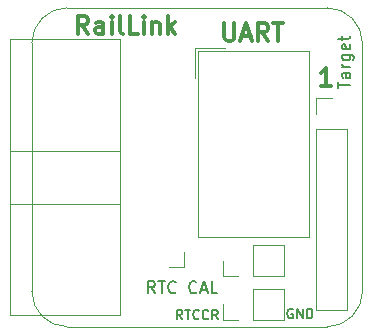
<source format=gbr>
G04 #@! TF.GenerationSoftware,KiCad,Pcbnew,5.1.5+dfsg1-2build2*
G04 #@! TF.CreationDate,2020-07-23T00:46:52+04:00*
G04 #@! TF.ProjectId,RailLink_Elsys_Adapter,5261696c-4c69-46e6-9b5f-456c7379735f,rev?*
G04 #@! TF.SameCoordinates,Original*
G04 #@! TF.FileFunction,Legend,Top*
G04 #@! TF.FilePolarity,Positive*
%FSLAX46Y46*%
G04 Gerber Fmt 4.6, Leading zero omitted, Abs format (unit mm)*
G04 Created by KiCad (PCBNEW 5.1.5+dfsg1-2build2) date 2020-07-23 00:46:52*
%MOMM*%
%LPD*%
G04 APERTURE LIST*
%ADD10C,0.160000*%
%ADD11C,0.300000*%
%ADD12C,0.050000*%
%ADD13C,0.200000*%
%ADD14C,0.120000*%
%ADD15O,1.802000X1.802000*%
%ADD16R,1.802000X1.802000*%
%ADD17R,1.829200X1.829200*%
%ADD18O,1.829200X1.829200*%
G04 APERTURE END LIST*
D10*
X134742857Y-81361904D02*
X134476190Y-80980952D01*
X134285714Y-81361904D02*
X134285714Y-80561904D01*
X134590476Y-80561904D01*
X134666666Y-80600000D01*
X134704761Y-80638095D01*
X134742857Y-80714285D01*
X134742857Y-80828571D01*
X134704761Y-80904761D01*
X134666666Y-80942857D01*
X134590476Y-80980952D01*
X134285714Y-80980952D01*
X134971428Y-80561904D02*
X135428571Y-80561904D01*
X135200000Y-81361904D02*
X135200000Y-80561904D01*
X136152380Y-81285714D02*
X136114285Y-81323809D01*
X136000000Y-81361904D01*
X135923809Y-81361904D01*
X135809523Y-81323809D01*
X135733333Y-81247619D01*
X135695238Y-81171428D01*
X135657142Y-81019047D01*
X135657142Y-80904761D01*
X135695238Y-80752380D01*
X135733333Y-80676190D01*
X135809523Y-80600000D01*
X135923809Y-80561904D01*
X136000000Y-80561904D01*
X136114285Y-80600000D01*
X136152380Y-80638095D01*
X136952380Y-81285714D02*
X136914285Y-81323809D01*
X136800000Y-81361904D01*
X136723809Y-81361904D01*
X136609523Y-81323809D01*
X136533333Y-81247619D01*
X136495238Y-81171428D01*
X136457142Y-81019047D01*
X136457142Y-80904761D01*
X136495238Y-80752380D01*
X136533333Y-80676190D01*
X136609523Y-80600000D01*
X136723809Y-80561904D01*
X136800000Y-80561904D01*
X136914285Y-80600000D01*
X136952380Y-80638095D01*
X137752380Y-81361904D02*
X137485714Y-80980952D01*
X137295238Y-81361904D02*
X137295238Y-80561904D01*
X137600000Y-80561904D01*
X137676190Y-80600000D01*
X137714285Y-80638095D01*
X137752380Y-80714285D01*
X137752380Y-80828571D01*
X137714285Y-80904761D01*
X137676190Y-80942857D01*
X137600000Y-80980952D01*
X137295238Y-80980952D01*
D11*
X147328571Y-61578571D02*
X146471428Y-61578571D01*
X146900000Y-61578571D02*
X146900000Y-60078571D01*
X146757142Y-60292857D01*
X146614285Y-60435714D01*
X146471428Y-60507142D01*
D12*
X125000000Y-82000000D02*
G75*
G02X122000000Y-79000000I0J3000000D01*
G01*
X150000000Y-79000000D02*
G75*
G02X147000000Y-82000000I-3000000J0D01*
G01*
X147000000Y-55000000D02*
G75*
G02X150000000Y-58000000I0J-3000000D01*
G01*
X122000000Y-58000000D02*
G75*
G02X125000000Y-55000000I3000000J0D01*
G01*
X122000000Y-79000000D02*
X122000000Y-58000000D01*
X147000000Y-82000000D02*
X125000000Y-82000000D01*
X150000000Y-58000000D02*
X150000000Y-79000000D01*
X125000000Y-55000000D02*
X147000000Y-55000000D01*
D13*
X147952380Y-61814285D02*
X147952380Y-61242857D01*
X148952380Y-61528571D02*
X147952380Y-61528571D01*
X148952380Y-60480952D02*
X148428571Y-60480952D01*
X148333333Y-60528571D01*
X148285714Y-60623809D01*
X148285714Y-60814285D01*
X148333333Y-60909523D01*
X148904761Y-60480952D02*
X148952380Y-60576190D01*
X148952380Y-60814285D01*
X148904761Y-60909523D01*
X148809523Y-60957142D01*
X148714285Y-60957142D01*
X148619047Y-60909523D01*
X148571428Y-60814285D01*
X148571428Y-60576190D01*
X148523809Y-60480952D01*
X148952380Y-60004761D02*
X148285714Y-60004761D01*
X148476190Y-60004761D02*
X148380952Y-59957142D01*
X148333333Y-59909523D01*
X148285714Y-59814285D01*
X148285714Y-59719047D01*
X148285714Y-58957142D02*
X149095238Y-58957142D01*
X149190476Y-59004761D01*
X149238095Y-59052380D01*
X149285714Y-59147619D01*
X149285714Y-59290476D01*
X149238095Y-59385714D01*
X148904761Y-58957142D02*
X148952380Y-59052380D01*
X148952380Y-59242857D01*
X148904761Y-59338095D01*
X148857142Y-59385714D01*
X148761904Y-59433333D01*
X148476190Y-59433333D01*
X148380952Y-59385714D01*
X148333333Y-59338095D01*
X148285714Y-59242857D01*
X148285714Y-59052380D01*
X148333333Y-58957142D01*
X148904761Y-58100000D02*
X148952380Y-58195238D01*
X148952380Y-58385714D01*
X148904761Y-58480952D01*
X148809523Y-58528571D01*
X148428571Y-58528571D01*
X148333333Y-58480952D01*
X148285714Y-58385714D01*
X148285714Y-58195238D01*
X148333333Y-58100000D01*
X148428571Y-58052380D01*
X148523809Y-58052380D01*
X148619047Y-58528571D01*
X148285714Y-57766666D02*
X148285714Y-57385714D01*
X147952380Y-57623809D02*
X148809523Y-57623809D01*
X148904761Y-57576190D01*
X148952380Y-57480952D01*
X148952380Y-57385714D01*
D11*
X126785714Y-57178571D02*
X126285714Y-56464285D01*
X125928571Y-57178571D02*
X125928571Y-55678571D01*
X126500000Y-55678571D01*
X126642857Y-55750000D01*
X126714285Y-55821428D01*
X126785714Y-55964285D01*
X126785714Y-56178571D01*
X126714285Y-56321428D01*
X126642857Y-56392857D01*
X126500000Y-56464285D01*
X125928571Y-56464285D01*
X128071428Y-57178571D02*
X128071428Y-56392857D01*
X128000000Y-56250000D01*
X127857142Y-56178571D01*
X127571428Y-56178571D01*
X127428571Y-56250000D01*
X128071428Y-57107142D02*
X127928571Y-57178571D01*
X127571428Y-57178571D01*
X127428571Y-57107142D01*
X127357142Y-56964285D01*
X127357142Y-56821428D01*
X127428571Y-56678571D01*
X127571428Y-56607142D01*
X127928571Y-56607142D01*
X128071428Y-56535714D01*
X128785714Y-57178571D02*
X128785714Y-56178571D01*
X128785714Y-55678571D02*
X128714285Y-55750000D01*
X128785714Y-55821428D01*
X128857142Y-55750000D01*
X128785714Y-55678571D01*
X128785714Y-55821428D01*
X129714285Y-57178571D02*
X129571428Y-57107142D01*
X129500000Y-56964285D01*
X129500000Y-55678571D01*
X131000000Y-57178571D02*
X130285714Y-57178571D01*
X130285714Y-55678571D01*
X131500000Y-57178571D02*
X131500000Y-56178571D01*
X131500000Y-55678571D02*
X131428571Y-55750000D01*
X131500000Y-55821428D01*
X131571428Y-55750000D01*
X131500000Y-55678571D01*
X131500000Y-55821428D01*
X132214285Y-56178571D02*
X132214285Y-57178571D01*
X132214285Y-56321428D02*
X132285714Y-56250000D01*
X132428571Y-56178571D01*
X132642857Y-56178571D01*
X132785714Y-56250000D01*
X132857142Y-56392857D01*
X132857142Y-57178571D01*
X133571428Y-57178571D02*
X133571428Y-55678571D01*
X133714285Y-56607142D02*
X134142857Y-57178571D01*
X134142857Y-56178571D02*
X133571428Y-56750000D01*
X138307142Y-56278571D02*
X138307142Y-57492857D01*
X138378571Y-57635714D01*
X138450000Y-57707142D01*
X138592857Y-57778571D01*
X138878571Y-57778571D01*
X139021428Y-57707142D01*
X139092857Y-57635714D01*
X139164285Y-57492857D01*
X139164285Y-56278571D01*
X139807142Y-57350000D02*
X140521428Y-57350000D01*
X139664285Y-57778571D02*
X140164285Y-56278571D01*
X140664285Y-57778571D01*
X142021428Y-57778571D02*
X141521428Y-57064285D01*
X141164285Y-57778571D02*
X141164285Y-56278571D01*
X141735714Y-56278571D01*
X141878571Y-56350000D01*
X141950000Y-56421428D01*
X142021428Y-56564285D01*
X142021428Y-56778571D01*
X141950000Y-56921428D01*
X141878571Y-56992857D01*
X141735714Y-57064285D01*
X141164285Y-57064285D01*
X142450000Y-56278571D02*
X143307142Y-56278571D01*
X142878571Y-57778571D02*
X142878571Y-56278571D01*
D10*
X144090476Y-80500000D02*
X144014285Y-80461904D01*
X143900000Y-80461904D01*
X143785714Y-80500000D01*
X143709523Y-80576190D01*
X143671428Y-80652380D01*
X143633333Y-80804761D01*
X143633333Y-80919047D01*
X143671428Y-81071428D01*
X143709523Y-81147619D01*
X143785714Y-81223809D01*
X143900000Y-81261904D01*
X143976190Y-81261904D01*
X144090476Y-81223809D01*
X144128571Y-81185714D01*
X144128571Y-80919047D01*
X143976190Y-80919047D01*
X144471428Y-81261904D02*
X144471428Y-80461904D01*
X144928571Y-81261904D01*
X144928571Y-80461904D01*
X145309523Y-81261904D02*
X145309523Y-80461904D01*
X145500000Y-80461904D01*
X145614285Y-80500000D01*
X145690476Y-80576190D01*
X145728571Y-80652380D01*
X145766666Y-80804761D01*
X145766666Y-80919047D01*
X145728571Y-81071428D01*
X145690476Y-81147619D01*
X145614285Y-81223809D01*
X145500000Y-81261904D01*
X145309523Y-81261904D01*
D13*
X132414285Y-79152380D02*
X132080952Y-78676190D01*
X131842857Y-79152380D02*
X131842857Y-78152380D01*
X132223809Y-78152380D01*
X132319047Y-78200000D01*
X132366666Y-78247619D01*
X132414285Y-78342857D01*
X132414285Y-78485714D01*
X132366666Y-78580952D01*
X132319047Y-78628571D01*
X132223809Y-78676190D01*
X131842857Y-78676190D01*
X132700000Y-78152380D02*
X133271428Y-78152380D01*
X132985714Y-79152380D02*
X132985714Y-78152380D01*
X134176190Y-79057142D02*
X134128571Y-79104761D01*
X133985714Y-79152380D01*
X133890476Y-79152380D01*
X133747619Y-79104761D01*
X133652380Y-79009523D01*
X133604761Y-78914285D01*
X133557142Y-78723809D01*
X133557142Y-78580952D01*
X133604761Y-78390476D01*
X133652380Y-78295238D01*
X133747619Y-78200000D01*
X133890476Y-78152380D01*
X133985714Y-78152380D01*
X134128571Y-78200000D01*
X134176190Y-78247619D01*
X135938095Y-79057142D02*
X135890476Y-79104761D01*
X135747619Y-79152380D01*
X135652380Y-79152380D01*
X135509523Y-79104761D01*
X135414285Y-79009523D01*
X135366666Y-78914285D01*
X135319047Y-78723809D01*
X135319047Y-78580952D01*
X135366666Y-78390476D01*
X135414285Y-78295238D01*
X135509523Y-78200000D01*
X135652380Y-78152380D01*
X135747619Y-78152380D01*
X135890476Y-78200000D01*
X135938095Y-78247619D01*
X136319047Y-78866666D02*
X136795238Y-78866666D01*
X136223809Y-79152380D02*
X136557142Y-78152380D01*
X136890476Y-79152380D01*
X137700000Y-79152380D02*
X137223809Y-79152380D01*
X137223809Y-78152380D01*
D14*
X138170000Y-77730000D02*
X138170000Y-76400000D01*
X139500000Y-77730000D02*
X138170000Y-77730000D01*
X140770000Y-77730000D02*
X140770000Y-75070000D01*
X140770000Y-75070000D02*
X143370000Y-75070000D01*
X140770000Y-77730000D02*
X143370000Y-77730000D01*
X143370000Y-77730000D02*
X143370000Y-75070000D01*
X146070000Y-62670000D02*
X147400000Y-62670000D01*
X146070000Y-64000000D02*
X146070000Y-62670000D01*
X146070000Y-65270000D02*
X148730000Y-65270000D01*
X148730000Y-65270000D02*
X148730000Y-80570000D01*
X146070000Y-65270000D02*
X146070000Y-80570000D01*
X146070000Y-80570000D02*
X148730000Y-80570000D01*
X138170000Y-81430000D02*
X138170000Y-80100000D01*
X139500000Y-81430000D02*
X138170000Y-81430000D01*
X140770000Y-81430000D02*
X140770000Y-78770000D01*
X140770000Y-78770000D02*
X143370000Y-78770000D01*
X140770000Y-81430000D02*
X143370000Y-81430000D01*
X143370000Y-81430000D02*
X143370000Y-78770000D01*
X134870000Y-76970000D02*
X134870000Y-75700000D01*
X133600000Y-76970000D02*
X134870000Y-76970000D01*
X120120000Y-81050000D02*
X120120000Y-57650000D01*
X129470000Y-81050000D02*
X120120000Y-81050000D01*
X129470000Y-57650000D02*
X120120000Y-57650000D01*
X129470000Y-57650000D02*
X129470000Y-81050000D01*
X129470000Y-71600000D02*
X120120000Y-71600000D01*
X129470000Y-67100000D02*
X120120000Y-67100000D01*
X135845000Y-58400000D02*
X138385000Y-58400000D01*
X135845000Y-58400000D02*
X135845000Y-60940000D01*
X136095000Y-58650000D02*
X145445000Y-58650000D01*
X136095000Y-74430000D02*
X136095000Y-58650000D01*
X145445000Y-74430000D02*
X136095000Y-74430000D01*
X145445000Y-58650000D02*
X145445000Y-74430000D01*
%LPC*%
D15*
X142040000Y-76400000D03*
D16*
X139500000Y-76400000D03*
D15*
X147400000Y-79240000D03*
X147400000Y-76700000D03*
X147400000Y-74160000D03*
X147400000Y-71620000D03*
X147400000Y-69080000D03*
X147400000Y-66540000D03*
D16*
X147400000Y-64000000D03*
D15*
X142040000Y-80100000D03*
D16*
X139500000Y-80100000D03*
D17*
X133600000Y-75700000D03*
D18*
X131060000Y-75700000D03*
X133600000Y-73160000D03*
X131060000Y-73160000D03*
X133600000Y-70620000D03*
X131060000Y-70620000D03*
X133600000Y-68080000D03*
X131060000Y-68080000D03*
X133600000Y-65540000D03*
X131060000Y-65540000D03*
X133600000Y-63000000D03*
X131060000Y-63000000D03*
X142040000Y-69080000D03*
X139500000Y-69080000D03*
X142040000Y-66540000D03*
X139500000Y-66540000D03*
X142040000Y-64000000D03*
D17*
X139500000Y-64000000D03*
M02*

</source>
